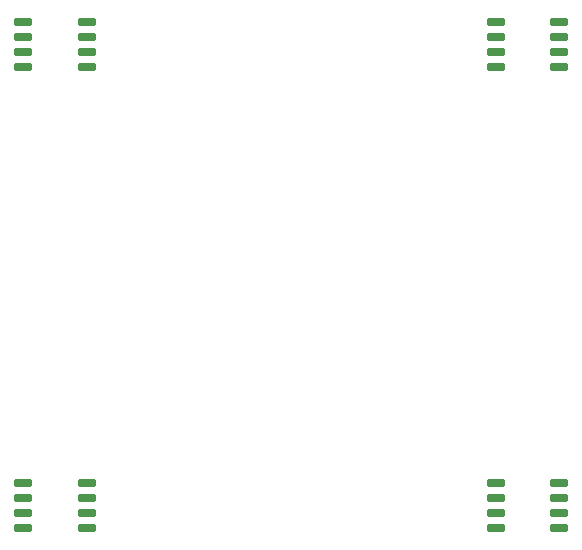
<source format=gtp>
G04*
G04 #@! TF.GenerationSoftware,Altium Limited,Altium Designer,24.6.1 (21)*
G04*
G04 Layer_Color=8421504*
%FSLAX44Y44*%
%MOMM*%
G71*
G04*
G04 #@! TF.SameCoordinates,801A7B55-1520-438C-8D58-620F3B385FE8*
G04*
G04*
G04 #@! TF.FilePolarity,Positive*
G04*
G01*
G75*
G04:AMPARAMS|DCode=13|XSize=0.6mm|YSize=1.5mm|CornerRadius=0.075mm|HoleSize=0mm|Usage=FLASHONLY|Rotation=90.000|XOffset=0mm|YOffset=0mm|HoleType=Round|Shape=RoundedRectangle|*
%AMROUNDEDRECTD13*
21,1,0.6000,1.3500,0,0,90.0*
21,1,0.4500,1.5000,0,0,90.0*
1,1,0.1500,0.6750,0.2250*
1,1,0.1500,0.6750,-0.2250*
1,1,0.1500,-0.6750,-0.2250*
1,1,0.1500,-0.6750,0.2250*
%
%ADD13ROUNDEDRECTD13*%
D13*
X373000Y19050D02*
D03*
X373000Y6350D02*
D03*
X373000Y-6350D02*
D03*
Y-19050D02*
D03*
X427000D02*
D03*
X427000Y-6350D02*
D03*
X427000Y6350D02*
D03*
Y19050D02*
D03*
Y-370950D02*
D03*
Y-383650D02*
D03*
X427000Y-396350D02*
D03*
X427000Y-409050D02*
D03*
X373000D02*
D03*
Y-396350D02*
D03*
X373000Y-383650D02*
D03*
X373000Y-370950D02*
D03*
X27000D02*
D03*
Y-383650D02*
D03*
X27000Y-396350D02*
D03*
X27000Y-409050D02*
D03*
X-27000D02*
D03*
Y-396350D02*
D03*
X-27000Y-383650D02*
D03*
X-27000Y-370950D02*
D03*
X27000Y-19050D02*
D03*
X27000Y-6350D02*
D03*
X27000Y6350D02*
D03*
Y19050D02*
D03*
X-27000Y6350D02*
D03*
X-27000Y-6350D02*
D03*
Y-19050D02*
D03*
Y19050D02*
D03*
M02*

</source>
